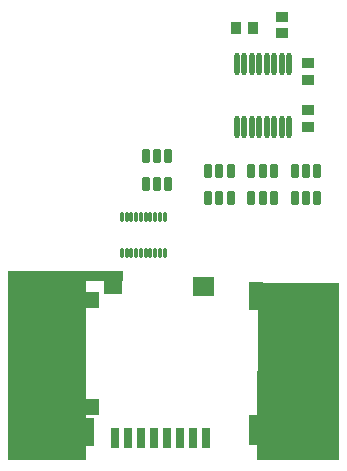
<source format=gts>
G04 Layer: TopSolderMaskLayer*
G04 EasyEDA Pro v2.2.46.11, 2026-02-17 18:28:56*
G04 Gerber Generator version 0.3*
G04 Scale: 100 percent, Rotated: No, Reflected: No*
G04 Dimensions in millimeters*
G04 Leading zeros omitted, absolute positions, 4 integers and 5 decimals*
G04 Generated by one-click*
%FSLAX45Y45*%
%MOMM*%
%AMRoundRect*1,1,$1,$2,$3*1,1,$1,$4,$5*1,1,$1,0-$2,0-$3*1,1,$1,0-$4,0-$5*20,1,$1,$2,$3,$4,$5,0*20,1,$1,$4,$5,0-$2,0-$3,0*20,1,$1,0-$2,0-$3,0-$4,0-$5,0*20,1,$1,0-$4,0-$5,$2,$3,0*4,1,4,$2,$3,$4,$5,0-$2,0-$3,0-$4,0-$5,$2,$3,0*%
%ADD10C,2.524*%
%ADD11RoundRect,0.09131X-0.45514X-0.40514X-0.45514X0.40514*%
%ADD12RoundRect,0.09164X-0.45518X-0.40518X-0.45518X0.40518*%
%ADD13RoundRect,0.09131X-0.40514X0.45514X0.40514X0.45514*%
%ADD14RoundRect,0.09164X-0.40518X0.45518X0.40518X0.45518*%
%ADD15RoundRect,0.08787X-0.27307X0.54307X0.27307X0.54307*%
%ADD16RoundRect,0.0929X-0.27302X0.54302X0.27302X0.54302*%
%ADD17RoundRect,0.08756X-0.27302X0.54302X0.27302X0.54302*%
%ADD18RoundRect,0.08906X-0.30647X0.80647X0.30647X0.80647*%
%ADD19RoundRect,0.08875X-0.30643X0.80642X0.30643X0.80642*%
%ADD20RoundRect,0.09397X-0.57882X1.10381X0.57882X1.10381*%
%ADD21RoundRect,0.09397X-0.57882X1.25381X0.57882X1.25381*%
%ADD22RoundRect,0.09397X-0.75381X-0.57882X-0.75381X0.57882*%
%ADD23RoundRect,0.09403X-0.58378X-0.60378X-0.58378X0.60378*%
%ADD24RoundRect,0.09403X-0.58378X-0.62879X-0.58378X0.62879*%
%ADD25O,0.4572X1.9164*%
%ADD26O,0.45801X1.91701*%
%ADD27RoundRect,0.07502X-0.1125X-0.3625X-0.1125X0.3625*%
G75*


G04 PolygonModel Start*
G36*
G01X2800000Y0D02*
G01X2801520Y1500301D01*
G01X2111510Y1500301D01*
G01X2109990Y699D01*
G01X2800000Y0D01*
G37*
G36*
G01X1742600Y1547500D02*
G01X1742600Y1383500D01*
G01X1567500Y1383500D01*
G01X1567500Y1547500D01*
G01X1742600Y1547500D01*
G37*
G36*
G01X0Y0D02*
G01X0Y1600000D01*
G01X970300Y1600000D01*
G01X970300Y1511612D01*
G01X657922Y1511612D01*
G01X657922Y0D01*
G01X0Y0D01*
G37*

G04 Pad Start*
G54D10*
G01X2529600Y224400D03*
G01X229500Y224400D03*
G54D11*
G01X2539989Y3356760D03*
G54D12*
G01X2540011Y3216760D03*
G54D13*
G01X1931520Y3652509D03*
G54D14*
G01X2071520Y3652531D03*
G54D11*
G01X2540011Y2820520D03*
G54D12*
G01X2539989Y2960520D03*
G54D15*
G01X1354836Y2568550D03*
G54D17*
G01X1259840Y2568550D03*
G54D15*
G01X1164844Y2568550D03*
G54D17*
G01X1164844Y2338730D03*
G54D15*
G01X1259840Y2338756D03*
G54D17*
G01X1354836Y2338730D03*
G54D15*
G01X1693164Y2214270D03*
G54D17*
G01X1788160Y2214270D03*
G54D15*
G01X1883156Y2214270D03*
G54D17*
G01X1883156Y2444090D03*
G54D15*
G01X1788160Y2444064D03*
G54D17*
G01X1693164Y2444090D03*
G54D15*
G01X2058924Y2214270D03*
G54D17*
G01X2153920Y2214270D03*
G54D15*
G01X2248916Y2214270D03*
G54D17*
G01X2248916Y2444090D03*
G54D15*
G01X2153920Y2444064D03*
G54D17*
G01X2058924Y2444090D03*
G54D15*
G01X2424684Y2214270D03*
G54D17*
G01X2519680Y2214270D03*
G54D15*
G01X2614676Y2214270D03*
G54D17*
G01X2614676Y2444090D03*
G54D15*
G01X2519680Y2444064D03*
G54D17*
G01X2424684Y2444090D03*
G54D18*
G01X1674292Y187706D03*
G01X1564310Y187706D03*
G01X1454302Y187706D03*
G01X1344295Y187706D03*
G01X1234288Y187706D03*
G54D19*
G01X1124306Y187731D03*
G54D18*
G01X1014298Y187706D03*
G01X904291Y187706D03*
G54D20*
G01X669798Y235763D03*
G54D21*
G01X2098802Y250749D03*
G54D20*
G01X2098802Y1383741D03*
G54D22*
G01X1668297Y1463243D03*
G01X890295Y1463243D03*
G54D23*
G01X710311Y1350747D03*
G54D24*
G01X710311Y450748D03*
G54D25*
G01X2378710Y3351581D03*
G54D26*
G01X2315210Y3351555D03*
G54D25*
G01X2251710Y3351581D03*
G01X2188210Y3351581D03*
G01X2124710Y3351581D03*
G01X2061210Y3351581D03*
G01X1997710Y3351581D03*
G54D26*
G01X1934210Y3351555D03*
G54D25*
G01X2378710Y2820619D03*
G01X2315210Y2820619D03*
G01X2251710Y2820619D03*
G01X2188210Y2820619D03*
G01X2124710Y2820619D03*
G01X2061210Y2820619D03*
G01X1997710Y2820619D03*
G01X1934210Y2820619D03*
G54D11*
G01X2321571Y3613000D03*
G54D12*
G01X2321549Y3753000D03*
G54D27*
G01X1323010Y2059000D03*
G01X1323010Y1751000D03*
G01X1283005Y2059000D03*
G01X1283005Y1751000D03*
G01X1243000Y2059000D03*
G01X1243000Y1751000D03*
G01X1202995Y2059000D03*
G01X1202995Y1751000D03*
G01X1162990Y2059000D03*
G01X1162990Y1751000D03*
G01X1123010Y2059000D03*
G01X1123010Y1751000D03*
G01X1083005Y2059000D03*
G01X1083005Y1751000D03*
G01X1043000Y2059000D03*
G01X1043000Y1751000D03*
G01X1002995Y2059000D03*
G01X1002995Y1751000D03*
G01X962990Y2059000D03*
G01X962990Y1751000D03*
G04 Pad End*

M02*


</source>
